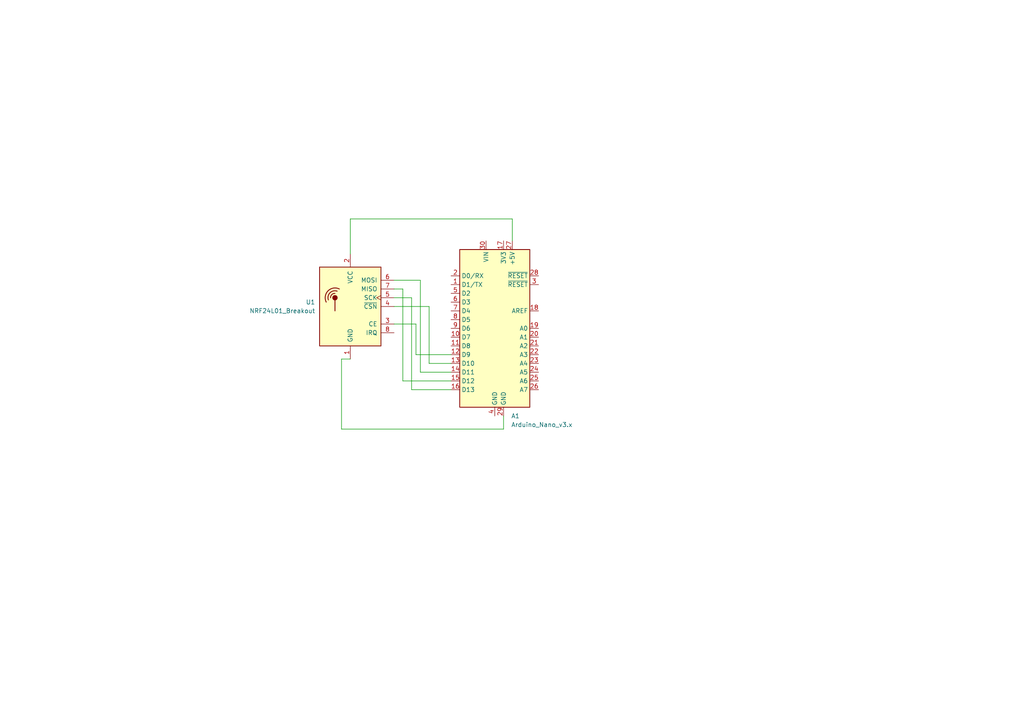
<source format=kicad_sch>
(kicad_sch (version 20231120) (generator "eeschema") (generator_version "8.0")
  (paper "A4")
  (lib_symbols
    (symbol "MCU_Module:Arduino_Nano_v3.x"
      (property "Reference" "A" (at -10.16 23.495 0))
      (property "Value" "Arduino_Nano_v3.x" (at 5.08 -24.13 0))
      (symbol "Arduino_Nano_v3.x_0_1"
        (rectangle (start -10.16 22.86) (end 10.16 -22.86) (stroke (width 0.254)) (fill (type background)))
      )
      (symbol "Arduino_Nano_v3.x_1_1"
        (pin bidirectional line (at -12.7 12.7 0) (length 2.54) (name "D1/TX") (number "1"))
        (pin bidirectional line (at -12.7 -2.54 0) (length 2.54) (name "D7") (number "10"))
        (pin bidirectional line (at -12.7 -5.08 0) (length 2.54) (name "D8") (number "11"))
        (pin bidirectional line (at -12.7 -7.62 0) (length 2.54) (name "D9") (number "12"))
        (pin bidirectional line (at -12.7 -10.16 0) (length 2.54) (name "D10") (number "13"))
        (pin bidirectional line (at -12.7 -12.7 0) (length 2.54) (name "D11") (number "14"))
        (pin bidirectional line (at -12.7 -15.24 0) (length 2.54) (name "D12") (number "15"))
        (pin bidirectional line (at -12.7 -17.78 0) (length 2.54) (name "D13") (number "16"))
        (pin power_out line (at 2.54 25.4 270) (length 2.54) (name "3V3") (number "17"))
        (pin input line (at 12.7 5.08 180) (length 2.54) (name "AREF") (number "18"))
        (pin bidirectional line (at 12.7 0 180) (length 2.54) (name "A0") (number "19"))
        (pin bidirectional line (at -12.7 15.24 0) (length 2.54) (name "D0/RX") (number "2"))
        (pin bidirectional line (at 12.7 -2.54 180) (length 2.54) (name "A1") (number "20"))
        (pin bidirectional line (at 12.7 -5.08 180) (length 2.54) (name "A2") (number "21"))
        (pin bidirectional line (at 12.7 -7.62 180) (length 2.54) (name "A3") (number "22"))
        (pin bidirectional line (at 12.7 -10.16 180) (length 2.54) (name "A4") (number "23"))
        (pin bidirectional line (at 12.7 -12.7 180) (length 2.54) (name "A5") (number "24"))
        (pin bidirectional line (at 12.7 -15.24 180) (length 2.54) (name "A6") (number "25"))
        (pin bidirectional line (at 12.7 -17.78 180) (length 2.54) (name "A7") (number "26"))
        (pin power_out line (at 5.08 25.4 270) (length 2.54) (name "+5V") (number "27"))
        (pin input line (at 12.7 15.24 180) (length 2.54) (name "~{RESET}") (number "28"))
        (pin power_in line (at 2.54 -25.4 90) (length 2.54) (name "GND") (number "29"))
        (pin input line (at 12.7 12.7 180) (length 2.54) (name "~{RESET}") (number "3"))
        (pin power_in line (at -2.54 25.4 270) (length 2.54) (name "VIN") (number "30"))
        (pin power_in line (at 0 -25.4 90) (length 2.54) (name "GND") (number "4"))
        (pin bidirectional line (at -12.7 10.16 0) (length 2.54) (name "D2") (number "5"))
        (pin bidirectional line (at -12.7 7.62 0) (length 2.54) (name "D3") (number "6"))
        (pin bidirectional line (at -12.7 5.08 0) (length 2.54) (name "D4") (number "7"))
        (pin bidirectional line (at -12.7 2.54 0) (length 2.54) (name "D5") (number "8"))
        (pin bidirectional line (at -12.7 0 0) (length 2.54) (name "D6") (number "9"))
      )
    )
    (symbol "RF:NRF24L01_Breakout" (pin_names (offset 1.016))
      (property "Reference" "U" (at -8.89 12.7 0))
      (property "Value" "NRF24L01_Breakout" (at 3.81 12.7 0))
      (symbol "NRF24L01_Breakout_0_1"
        (rectangle (start -8.89 11.43) (end 8.89 -11.43) (stroke (width 0.254)) (fill (type background)))
        (polyline (pts (xy 4.445 1.905) (xy 4.445 -1.27)) (stroke (width 0.254)))
        (circle (center 4.445 2.54) (radius 0.635) (stroke (width 0.254)) (fill (type outline)))
        (arc (start 5.715 2.54) (mid 5.3521 3.4546) (end 4.445 3.81) (stroke (width 0.254)))
        (arc (start 6.35 1.905) (mid 5.8763 3.9854) (end 3.81 4.445) (stroke (width 0.254)))
        (arc (start 6.985 1.27) (mid 6.453 4.548) (end 3.175 5.08) (stroke (width 0.254)))
      )
      (symbol "NRF24L01_Breakout_1_1"
        (pin power_in line (at 0 -15.24 90) (length 3.81) (name "GND") (number "1"))
        (pin power_in line (at 0 15.24 270) (length 3.81) (name "VCC") (number "2"))
        (pin input line (at -12.7 -5.08 0) (length 3.81) (name "CE") (number "3"))
        (pin input line (at -12.7 0 0) (length 3.81) (name "~{CSN}") (number "4"))
        (pin input clock (at -12.7 2.54 0) (length 3.81) (name "SCK") (number "5"))
        (pin input line (at -12.7 7.62 0) (length 3.81) (name "MOSI") (number "6"))
        (pin output line (at -12.7 5.08 0) (length 3.81) (name "MISO") (number "7"))
        (pin output line (at -12.7 -7.62 0) (length 3.81) (name "IRQ") (number "8"))
      )
    )
  )
  (wire (pts (xy 99.06 104.14) (xy 99.06 124.46)))
  (wire (pts (xy 99.06 124.46) (xy 146.05 124.46)))
  (wire (pts (xy 116.84 110.49) (xy 130.81 110.49)))
  (wire (pts (xy 121.92 81.28) (xy 121.92 107.95)))
  (wire (pts (xy 116.84 83.82) (xy 116.84 110.49)))
  (wire (pts (xy 124.46 105.41) (xy 130.81 105.41)))
  (wire (pts (xy 146.05 124.46) (xy 146.05 120.65)))
  (wire (pts (xy 114.3 86.36) (xy 119.38 86.36)))
  (wire (pts (xy 121.92 107.95) (xy 130.81 107.95)))
  (wire (pts (xy 120.65 102.87) (xy 130.81 102.87)))
  (wire (pts (xy 120.65 93.98) (xy 120.65 102.87)))
  (wire (pts (xy 101.6 73.66) (xy 101.6 63.5)))
  (wire (pts (xy 114.3 93.98) (xy 120.65 93.98)))
  (wire (pts (xy 124.46 88.9) (xy 124.46 105.41)))
  (wire (pts (xy 119.38 113.03) (xy 130.81 113.03)))
  (wire (pts (xy 114.3 81.28) (xy 121.92 81.28)))
  (wire (pts (xy 114.3 88.9) (xy 124.46 88.9)))
  (wire (pts (xy 101.6 104.14) (xy 99.06 104.14)))
  (wire (pts (xy 114.3 83.82) (xy 116.84 83.82)))
  (wire (pts (xy 148.59 63.5) (xy 148.59 69.85)))
  (wire (pts (xy 101.6 63.5) (xy 148.59 63.5)))
  (wire (pts (xy 119.38 86.36) (xy 119.38 113.03)))
  (symbol (lib_id "MCU_Module:Arduino_Nano_v3.x") (at 143.51 95.25 0) (unit 1)
    (property "Reference" "A1" (at 148.2441 120.65 0) (effects (justify left)))
    (property "Value" "Arduino_Nano_v3.x" (at 148.2441 123.19 0) (effects (justify left)))
    (property "Footprint" "Module:Arduino_Nano" (effects (hide yes)))
    (property "Datasheet" "http://www.mouser.com/pdfdocs/Gravitech_Arduino_Nano3_0.pdf" (effects (hide yes)))
    (property "Description" "Arduino Nano v3.x" (effects (hide yes)))
  )
  (symbol (lib_id "RF:NRF24L01_Breakout") (at 101.6 88.9 0) (mirror y) (unit 1)
    (property "Reference" "U1" (at 91.44 87.6299 0) (effects (justify left)))
    (property "Value" "NRF24L01_Breakout" (at 91.44 90.1699 0) (effects (justify left)))
    (property "Footprint" "RF_Module:nRF24L01_Breakout" (effects (hide yes)))
    (property "Datasheet" "http://www.nordicsemi.com/eng/content/download/2730/34105/file/nRF24L01_Product_Specification_v2_0.pdf" (effects (hide yes)))
    (property "Description" "Ultra low power 2.4GHz RF Transceiver, Carrier PCB" (effects (hide yes)))
  )
)
</source>
